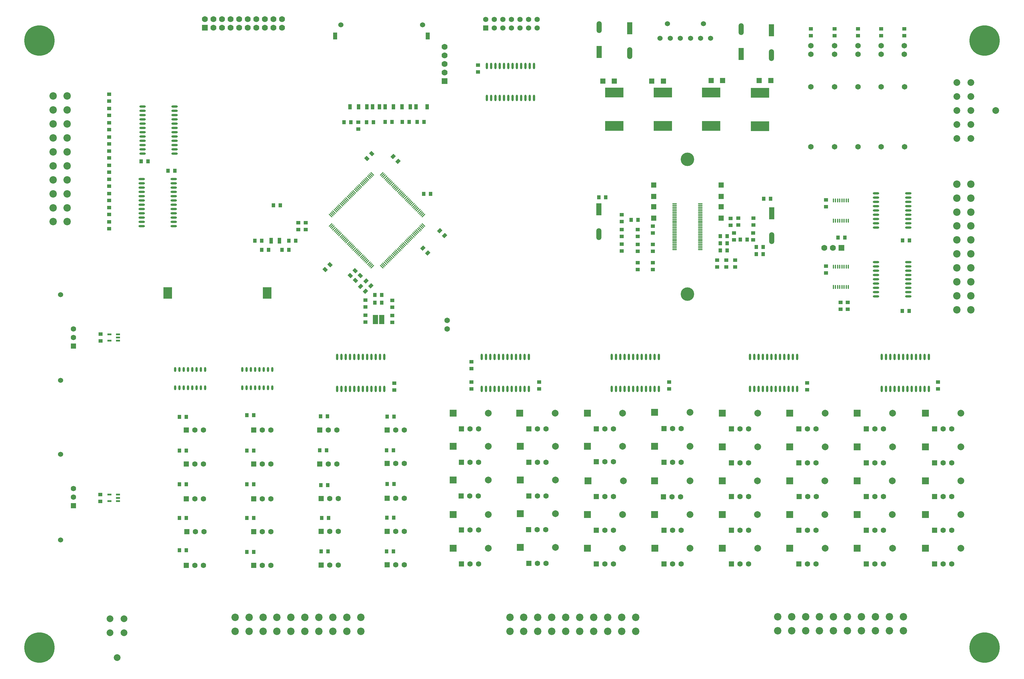
<source format=gbr>
%TF.GenerationSoftware,Altium Limited,Altium Designer,18.0.11 (651)*%
G04 Layer_Color=255*
%FSLAX26Y26*%
%MOIN*%
%TF.FileFunction,Pads,Top*%
%TF.Part,Single*%
G01*
G75*
%TA.AperFunction,SMDPad,CuDef*%
%ADD10O,0.055118X0.011811*%
%ADD11O,0.023622X0.074803*%
%ADD12R,0.050000X0.040000*%
%ADD13R,0.050000X0.020000*%
%ADD14R,0.040000X0.050000*%
G04:AMPARAMS|DCode=15|XSize=40mil|YSize=50mil|CornerRadius=0mil|HoleSize=0mil|Usage=FLASHONLY|Rotation=45.000|XOffset=0mil|YOffset=0mil|HoleType=Round|Shape=Rectangle|*
%AMROTATEDRECTD15*
4,1,4,0.003535,-0.031820,-0.031820,0.003535,-0.003535,0.031820,0.031820,-0.003535,0.003535,-0.031820,0.0*
%
%ADD15ROTATEDRECTD15*%

%ADD16R,0.102362X0.137795*%
%ADD17R,0.060000X0.060000*%
%ADD18R,0.060000X0.060000*%
%ADD19R,0.212598X0.114173*%
%ADD20R,0.059055X0.140000*%
%ADD21O,0.059055X0.140000*%
%ADD22R,0.059055X0.106299*%
%ADD23R,0.039370X0.070866*%
%ADD24O,0.074803X0.023622*%
%ADD25O,0.023622X0.057087*%
%ADD26R,0.039370X0.059055*%
%ADD27R,0.047244X0.078740*%
G04:AMPARAMS|DCode=28|XSize=40mil|YSize=50mil|CornerRadius=0mil|HoleSize=0mil|Usage=FLASHONLY|Rotation=315.000|XOffset=0mil|YOffset=0mil|HoleType=Round|Shape=Rectangle|*
%AMROTATEDRECTD28*
4,1,4,-0.031820,-0.003535,0.003535,0.031820,0.031820,0.003535,-0.003535,-0.031820,-0.031820,-0.003535,0.0*
%
%ADD28ROTATEDRECTD28*%

%ADD29O,0.012000X0.050000*%
%ADD30R,0.012000X0.050000*%
G04:AMPARAMS|DCode=31|XSize=11.811mil|YSize=57.087mil|CornerRadius=0mil|HoleSize=0mil|Usage=FLASHONLY|Rotation=45.000|XOffset=0mil|YOffset=0mil|HoleType=Round|Shape=Round|*
%AMOVALD31*
21,1,0.045276,0.011811,0.000000,0.000000,135.0*
1,1,0.011811,0.016007,-0.016007*
1,1,0.011811,-0.016007,0.016007*
%
%ADD31OVALD31*%

G04:AMPARAMS|DCode=32|XSize=11.811mil|YSize=57.087mil|CornerRadius=0mil|HoleSize=0mil|Usage=FLASHONLY|Rotation=135.000|XOffset=0mil|YOffset=0mil|HoleType=Round|Shape=Round|*
%AMOVALD32*
21,1,0.045276,0.011811,0.000000,0.000000,225.0*
1,1,0.011811,0.016007,0.016007*
1,1,0.011811,-0.016007,-0.016007*
%
%ADD32OVALD32*%

%TA.AperFunction,ComponentPad*%
%ADD50C,0.062000*%
%ADD51R,0.062000X0.062000*%
%ADD52R,0.078740X0.078740*%
%ADD53C,0.078740*%
%ADD54R,0.062992X0.062992*%
%ADD55C,0.062992*%
%ADD56C,0.060000*%
%TA.AperFunction,ViaPad*%
%ADD57C,0.060000*%
%TA.AperFunction,ComponentPad*%
%ADD58C,0.070000*%
%ADD59R,0.070000X0.070000*%
%ADD60R,0.062992X0.062992*%
%ADD61C,0.064961*%
%ADD62C,0.065000*%
%TA.AperFunction,ViaPad*%
%ADD63C,0.157480*%
%ADD64C,0.354331*%
%TA.AperFunction,ComponentPad*%
%ADD65R,0.070000X0.070000*%
%ADD66C,0.086614*%
D10*
X8102362Y5041339D02*
D03*
Y5061024D02*
D03*
Y5080709D02*
D03*
Y5100394D02*
D03*
Y5120079D02*
D03*
Y5139764D02*
D03*
Y5159449D02*
D03*
Y5179134D02*
D03*
Y5198819D02*
D03*
Y5218504D02*
D03*
Y5238189D02*
D03*
Y5257874D02*
D03*
Y5277559D02*
D03*
Y5297244D02*
D03*
Y5316929D02*
D03*
Y5336614D02*
D03*
Y5356299D02*
D03*
Y5375984D02*
D03*
Y5395669D02*
D03*
Y5415354D02*
D03*
Y5435039D02*
D03*
Y5454724D02*
D03*
Y5474409D02*
D03*
Y5494095D02*
D03*
Y5513779D02*
D03*
Y5533465D02*
D03*
Y5553150D02*
D03*
Y5572835D02*
D03*
X7803150Y5041339D02*
D03*
Y5061024D02*
D03*
Y5080709D02*
D03*
Y5100394D02*
D03*
Y5120079D02*
D03*
Y5139764D02*
D03*
Y5159449D02*
D03*
Y5179134D02*
D03*
Y5198819D02*
D03*
Y5218504D02*
D03*
Y5238189D02*
D03*
Y5257874D02*
D03*
Y5277559D02*
D03*
Y5297244D02*
D03*
Y5316929D02*
D03*
Y5336614D02*
D03*
Y5356299D02*
D03*
Y5375984D02*
D03*
Y5395669D02*
D03*
Y5415354D02*
D03*
Y5435039D02*
D03*
Y5454724D02*
D03*
Y5474409D02*
D03*
Y5494095D02*
D03*
Y5513779D02*
D03*
Y5533465D02*
D03*
Y5553150D02*
D03*
Y5572835D02*
D03*
D11*
X6162795Y7184055D02*
D03*
X6112795D02*
D03*
X6062795D02*
D03*
X6012795D02*
D03*
X5962795D02*
D03*
X5912795D02*
D03*
X5862795D02*
D03*
X5812795D02*
D03*
X5762795D02*
D03*
X5712795D02*
D03*
X5662795D02*
D03*
X5612795D02*
D03*
X6162795Y6810039D02*
D03*
X6112795D02*
D03*
X6062795D02*
D03*
X6012795D02*
D03*
X5962795D02*
D03*
X5912795D02*
D03*
X5862795D02*
D03*
X5812795D02*
D03*
X5762795D02*
D03*
X5712795D02*
D03*
X5662795D02*
D03*
X5612795D02*
D03*
X7069882Y3415354D02*
D03*
X7119882D02*
D03*
X7169882D02*
D03*
X7219882D02*
D03*
X7269882D02*
D03*
X7319882D02*
D03*
X7369882D02*
D03*
X7419882D02*
D03*
X7469882D02*
D03*
X7519882D02*
D03*
X7569882D02*
D03*
X7619882D02*
D03*
X7069882Y3789370D02*
D03*
X7119882D02*
D03*
X7169882D02*
D03*
X7219882D02*
D03*
X7269882D02*
D03*
X7319882D02*
D03*
X7369882D02*
D03*
X7419882D02*
D03*
X7469882D02*
D03*
X7519882D02*
D03*
X7569882D02*
D03*
X7619882D02*
D03*
X5551772Y3415354D02*
D03*
X5601772D02*
D03*
X5651772D02*
D03*
X5701772D02*
D03*
X5751772D02*
D03*
X5801772D02*
D03*
X5851772D02*
D03*
X5901772D02*
D03*
X5951772D02*
D03*
X6001772D02*
D03*
X6051772D02*
D03*
X6101772D02*
D03*
X5551772Y3789370D02*
D03*
X5601772D02*
D03*
X5651772D02*
D03*
X5701772D02*
D03*
X5751772D02*
D03*
X5801772D02*
D03*
X5851772D02*
D03*
X5901772D02*
D03*
X5951772D02*
D03*
X6001772D02*
D03*
X6051772D02*
D03*
X6101772D02*
D03*
X10217126Y3415354D02*
D03*
X10267126D02*
D03*
X10317126D02*
D03*
X10367126D02*
D03*
X10417126D02*
D03*
X10467126D02*
D03*
X10517126D02*
D03*
X10567126D02*
D03*
X10617126D02*
D03*
X10667126D02*
D03*
X10717126D02*
D03*
X10767126D02*
D03*
X10217126Y3789370D02*
D03*
X10267126D02*
D03*
X10317126D02*
D03*
X10367126D02*
D03*
X10417126D02*
D03*
X10467126D02*
D03*
X10517126D02*
D03*
X10567126D02*
D03*
X10617126D02*
D03*
X10667126D02*
D03*
X10717126D02*
D03*
X10767126D02*
D03*
X8681693Y3415354D02*
D03*
X8731693D02*
D03*
X8781693D02*
D03*
X8831693D02*
D03*
X8881693D02*
D03*
X8931693D02*
D03*
X8981693D02*
D03*
X9031693D02*
D03*
X9081693D02*
D03*
X9131693D02*
D03*
X9181693D02*
D03*
X9231693D02*
D03*
X8681693Y3789370D02*
D03*
X8731693D02*
D03*
X8781693D02*
D03*
X8831693D02*
D03*
X8881693D02*
D03*
X8931693D02*
D03*
X8981693D02*
D03*
X9031693D02*
D03*
X9081693D02*
D03*
X9131693D02*
D03*
X9181693D02*
D03*
X9231693D02*
D03*
X3867054Y3415354D02*
D03*
X3917054D02*
D03*
X3967054D02*
D03*
X4017054D02*
D03*
X4067054D02*
D03*
X4117054D02*
D03*
X4167054D02*
D03*
X4217054D02*
D03*
X4267054D02*
D03*
X4317054D02*
D03*
X4367054D02*
D03*
X4417054D02*
D03*
X3867054Y3789370D02*
D03*
X3917054D02*
D03*
X3967054D02*
D03*
X4017054D02*
D03*
X4067054D02*
D03*
X4117054D02*
D03*
X4167054D02*
D03*
X4217054D02*
D03*
X4267054D02*
D03*
X4317054D02*
D03*
X4367054D02*
D03*
X4417054D02*
D03*
D12*
X5508858Y7195000D02*
D03*
Y7115000D02*
D03*
X1103150Y2102048D02*
D03*
Y2182048D02*
D03*
X1106020Y3974803D02*
D03*
Y4054803D02*
D03*
X5433071Y3730472D02*
D03*
Y3650472D02*
D03*
X10483077Y7536535D02*
D03*
Y7616535D02*
D03*
X9740158Y4425701D02*
D03*
Y4345701D02*
D03*
X9821851Y4425583D02*
D03*
Y4345583D02*
D03*
X1204445Y5285303D02*
D03*
Y5365303D02*
D03*
Y5450658D02*
D03*
Y5530658D02*
D03*
Y5615422D02*
D03*
Y5695422D02*
D03*
Y5780423D02*
D03*
Y5860423D02*
D03*
Y5945423D02*
D03*
Y6025423D02*
D03*
Y6111367D02*
D03*
Y6191367D02*
D03*
Y6275423D02*
D03*
Y6355423D02*
D03*
Y6440422D02*
D03*
Y6520422D02*
D03*
Y6606367D02*
D03*
Y6686367D02*
D03*
Y6774361D02*
D03*
Y6854361D02*
D03*
X4507738Y4369455D02*
D03*
Y4449455D02*
D03*
X4193762Y4370279D02*
D03*
Y4450279D02*
D03*
X7372047Y4886968D02*
D03*
Y4806968D02*
D03*
X7549213Y4887953D02*
D03*
Y4807953D02*
D03*
X5433071Y3495354D02*
D03*
Y3415354D02*
D03*
X3497295Y5354165D02*
D03*
Y5274165D02*
D03*
X3413634Y5273024D02*
D03*
Y5353024D02*
D03*
X8299213Y4916221D02*
D03*
Y4836221D02*
D03*
X7372047Y5194882D02*
D03*
Y5274882D02*
D03*
X8722568Y5406860D02*
D03*
Y5326860D02*
D03*
X8495154Y5153140D02*
D03*
Y5233140D02*
D03*
X10212014Y7536535D02*
D03*
Y7616535D02*
D03*
X9943314Y7538110D02*
D03*
Y7618110D02*
D03*
X9667723Y7538110D02*
D03*
Y7618110D02*
D03*
X9391540Y7536535D02*
D03*
Y7616535D02*
D03*
X4112220Y6527862D02*
D03*
Y6447862D02*
D03*
X9569882Y4767441D02*
D03*
Y4847441D02*
D03*
Y5541346D02*
D03*
Y5621346D02*
D03*
X7185039Y5274882D02*
D03*
Y5194882D02*
D03*
X4507739Y4192446D02*
D03*
Y4272446D02*
D03*
X4193762Y4193270D02*
D03*
Y4273270D02*
D03*
X7185039Y5104331D02*
D03*
Y5024331D02*
D03*
X7186024Y5367992D02*
D03*
Y5447992D02*
D03*
X6220472Y3415354D02*
D03*
Y3495354D02*
D03*
X7740158Y3414252D02*
D03*
Y3494252D02*
D03*
X9350394Y3404252D02*
D03*
Y3484252D02*
D03*
X10875984Y3414095D02*
D03*
Y3494095D02*
D03*
X4531424Y3402441D02*
D03*
Y3482441D02*
D03*
X8719488Y5153150D02*
D03*
Y5233150D02*
D03*
X8508760Y4836221D02*
D03*
Y4916221D02*
D03*
X8405512Y4836221D02*
D03*
Y4916221D02*
D03*
X7549213Y5235118D02*
D03*
Y5315118D02*
D03*
X7372047Y5099528D02*
D03*
Y5019528D02*
D03*
X7549213Y5099528D02*
D03*
Y5019528D02*
D03*
X8545357Y5406801D02*
D03*
Y5326801D02*
D03*
X8453822Y5325817D02*
D03*
Y5405817D02*
D03*
D13*
X1209843Y2105021D02*
D03*
X1309843Y2142021D02*
D03*
X1309843Y2180021D02*
D03*
Y2105021D02*
D03*
X1209843Y2180021D02*
D03*
X1209843Y3977173D02*
D03*
X1309843Y4014173D02*
D03*
X1309842Y4052173D02*
D03*
Y3977173D02*
D03*
X1209843Y4052173D02*
D03*
D14*
X3674095Y2291339D02*
D03*
X3754095D02*
D03*
X3679843Y1516929D02*
D03*
X3759843D02*
D03*
X4441902D02*
D03*
X4521902D02*
D03*
X4444213Y1910630D02*
D03*
X4524213D02*
D03*
X4448819Y2304134D02*
D03*
X4528819D02*
D03*
X4441902Y2698032D02*
D03*
X4521902D02*
D03*
X4448819Y3091732D02*
D03*
X4528819D02*
D03*
X3661417Y2698032D02*
D03*
X3741417D02*
D03*
X3673228Y3095669D02*
D03*
X3753228D02*
D03*
X2892835Y1511811D02*
D03*
X2812835D02*
D03*
X2892991Y1906299D02*
D03*
X2812991D02*
D03*
X2891535Y2300000D02*
D03*
X2811535D02*
D03*
X2892991Y2693701D02*
D03*
X2812991D02*
D03*
X2892991Y3107087D02*
D03*
X2812991D02*
D03*
X2105590Y1532283D02*
D03*
X2025590D02*
D03*
X2105590Y1906299D02*
D03*
X2025590D02*
D03*
X2105590Y2300000D02*
D03*
X2025590D02*
D03*
X2105590Y2693701D02*
D03*
X2025590D02*
D03*
X2104330Y3087401D02*
D03*
X2024330D02*
D03*
X3765039Y1909449D02*
D03*
X3685039D02*
D03*
X3121772Y5558071D02*
D03*
X3201772D02*
D03*
X9789528Y5181496D02*
D03*
X9709528D02*
D03*
X3065530Y5037338D02*
D03*
X2985530D02*
D03*
X3221593Y5037337D02*
D03*
X3301593D02*
D03*
X8415512Y5115158D02*
D03*
X8335512D02*
D03*
X8415512Y5032480D02*
D03*
X8335512D02*
D03*
X4209661Y6527862D02*
D03*
X4289661D02*
D03*
X4704740Y6529831D02*
D03*
X4624740D02*
D03*
X4800212D02*
D03*
X4880212D02*
D03*
X4024780Y6527862D02*
D03*
X3944780D02*
D03*
X10540472Y5146654D02*
D03*
X10460472D02*
D03*
X10540354Y4322835D02*
D03*
X10460354D02*
D03*
X1973425Y5962598D02*
D03*
X1893425D02*
D03*
X2986634Y5145606D02*
D03*
X2906634D02*
D03*
X3300491Y5145605D02*
D03*
X3380491D02*
D03*
X4305848Y4419652D02*
D03*
X4385848D02*
D03*
X4385945Y4511811D02*
D03*
X4305945D02*
D03*
X1578622Y6070866D02*
D03*
X1658622D02*
D03*
X8335512Y5197835D02*
D03*
X8415512D02*
D03*
X4876850Y5690945D02*
D03*
X4956850D02*
D03*
X8753819Y4989173D02*
D03*
X8833819D02*
D03*
X7297047Y5386811D02*
D03*
X7377047D02*
D03*
X8753819Y5071850D02*
D03*
X8833819D02*
D03*
X8647756Y5158465D02*
D03*
X8567756D02*
D03*
X8921260Y5635827D02*
D03*
X8841260D02*
D03*
X6919173Y5652559D02*
D03*
X6999173D02*
D03*
X4505039Y6529528D02*
D03*
X4425039D02*
D03*
D15*
X3724228Y4807890D02*
D03*
X3780797Y4864458D02*
D03*
X4135472Y4736239D02*
D03*
X4078903Y4679670D02*
D03*
X4076417Y4795294D02*
D03*
X4019848Y4738725D02*
D03*
X4213298Y6104046D02*
D03*
X4269866Y6160614D02*
D03*
D16*
X3047244Y4533465D02*
D03*
X1889764D02*
D03*
D17*
X8363346Y7014764D02*
D03*
X8228346D02*
D03*
X8924370D02*
D03*
X8789370D02*
D03*
X7535433Y7007874D02*
D03*
X7670433D02*
D03*
X6964409Y7006890D02*
D03*
X7099409D02*
D03*
D18*
X8346457Y5406346D02*
D03*
Y5541346D02*
D03*
Y5660369D02*
D03*
Y5795369D02*
D03*
X7559055Y5406346D02*
D03*
Y5541346D02*
D03*
Y5660370D02*
D03*
Y5795370D02*
D03*
D19*
X8228346Y6483268D02*
D03*
Y6875000D02*
D03*
X8799213Y6872047D02*
D03*
Y6480315D02*
D03*
X7664764Y6483268D02*
D03*
Y6875000D02*
D03*
X7098228Y6875000D02*
D03*
Y6483268D02*
D03*
D20*
X8932087Y7601614D02*
D03*
X8937008Y5463819D02*
D03*
X7279528Y7625236D02*
D03*
X6922244Y7348228D02*
D03*
X8578740Y7324724D02*
D03*
X6919291Y5512047D02*
D03*
D21*
X8932087Y7311614D02*
D03*
X8937008Y5173819D02*
D03*
X7279528Y7335236D02*
D03*
X6922244Y7638228D02*
D03*
X8578740Y7614724D02*
D03*
X6919291Y5222047D02*
D03*
D22*
X4386675Y4224770D02*
D03*
X4311872D02*
D03*
D23*
X3193326Y5145605D02*
D03*
X3094901D02*
D03*
D24*
X10153545Y4895276D02*
D03*
Y4845276D02*
D03*
Y4795276D02*
D03*
Y4745276D02*
D03*
Y4695276D02*
D03*
Y4645276D02*
D03*
Y4595276D02*
D03*
Y4545276D02*
D03*
Y4495276D02*
D03*
X10527560Y4895276D02*
D03*
Y4845276D02*
D03*
Y4795276D02*
D03*
Y4745276D02*
D03*
Y4695276D02*
D03*
Y4645276D02*
D03*
Y4595276D02*
D03*
Y4545276D02*
D03*
Y4495276D02*
D03*
X10153545Y5699016D02*
D03*
Y5649016D02*
D03*
Y5599016D02*
D03*
Y5549016D02*
D03*
Y5499016D02*
D03*
Y5449016D02*
D03*
Y5399016D02*
D03*
Y5349016D02*
D03*
Y5299016D02*
D03*
X10527561Y5699016D02*
D03*
Y5649016D02*
D03*
Y5599016D02*
D03*
Y5549016D02*
D03*
Y5499016D02*
D03*
Y5449016D02*
D03*
Y5399016D02*
D03*
Y5349016D02*
D03*
Y5299016D02*
D03*
X1958661Y5315551D02*
D03*
Y5365551D02*
D03*
Y5415551D02*
D03*
Y5465551D02*
D03*
Y5515551D02*
D03*
Y5565551D02*
D03*
Y5615551D02*
D03*
Y5665551D02*
D03*
Y5715551D02*
D03*
Y5765551D02*
D03*
Y5815551D02*
D03*
Y5865551D02*
D03*
X1584646Y5315551D02*
D03*
Y5365551D02*
D03*
Y5415551D02*
D03*
Y5465551D02*
D03*
Y5515551D02*
D03*
Y5565551D02*
D03*
Y5615551D02*
D03*
Y5665551D02*
D03*
Y5715551D02*
D03*
Y5765551D02*
D03*
Y5815551D02*
D03*
Y5865551D02*
D03*
X1594488Y6710630D02*
D03*
Y6660630D02*
D03*
Y6610630D02*
D03*
Y6560630D02*
D03*
Y6510630D02*
D03*
Y6460630D02*
D03*
Y6410630D02*
D03*
Y6360630D02*
D03*
Y6310630D02*
D03*
Y6260630D02*
D03*
Y6210630D02*
D03*
Y6160630D02*
D03*
X1968504Y6710630D02*
D03*
Y6660630D02*
D03*
Y6610630D02*
D03*
Y6560630D02*
D03*
Y6510630D02*
D03*
Y6460630D02*
D03*
Y6410630D02*
D03*
Y6360630D02*
D03*
Y6310630D02*
D03*
Y6260630D02*
D03*
Y6210630D02*
D03*
Y6160630D02*
D03*
D25*
X2324606Y3642717D02*
D03*
X2274606D02*
D03*
X2224606D02*
D03*
X2174606D02*
D03*
X2124606D02*
D03*
X2074606D02*
D03*
X2024606D02*
D03*
X1974606D02*
D03*
X2324606Y3428150D02*
D03*
X2274606D02*
D03*
X2224606D02*
D03*
X2174606D02*
D03*
X2124606D02*
D03*
X2074606D02*
D03*
X2024606D02*
D03*
X1974606D02*
D03*
X3110040Y3642717D02*
D03*
X3060040D02*
D03*
X3010040D02*
D03*
X2960040D02*
D03*
X2910040D02*
D03*
X2860040D02*
D03*
X2810040D02*
D03*
X2760040D02*
D03*
X3110040Y3428150D02*
D03*
X3060040D02*
D03*
X3010040D02*
D03*
X2960040D02*
D03*
X2910040D02*
D03*
X2860040D02*
D03*
X2810040D02*
D03*
X2760040D02*
D03*
D26*
X4916535Y6708268D02*
D03*
X4784646D02*
D03*
X4717717D02*
D03*
X4622047D02*
D03*
X4523622D02*
D03*
X4425197D02*
D03*
X4360236D02*
D03*
X4279528D02*
D03*
X4212598D02*
D03*
X4114173D02*
D03*
X4015748D02*
D03*
D27*
X3842520Y7535433D02*
D03*
X4921260D02*
D03*
D28*
X4139642Y4612404D02*
D03*
X4196211Y4555836D02*
D03*
X4201132Y4675914D02*
D03*
X4257700Y4619346D02*
D03*
X5061723Y5262096D02*
D03*
X5118292Y5205527D02*
D03*
X4575088Y6072550D02*
D03*
X4518520Y6129118D02*
D03*
X4866142Y5057087D02*
D03*
X4922710Y5000518D02*
D03*
D29*
X9829527Y4841764D02*
D03*
X9804527D02*
D03*
X9779527D02*
D03*
X9754527D02*
D03*
X9729527D02*
D03*
X9704527D02*
D03*
X9679527D02*
D03*
X9654527D02*
D03*
X9829527Y4604764D02*
D03*
X9804527D02*
D03*
X9779527D02*
D03*
X9754527D02*
D03*
X9729527D02*
D03*
X9704527D02*
D03*
X9679527D02*
D03*
X9829528Y5615347D02*
D03*
X9804528D02*
D03*
X9779528D02*
D03*
X9754528D02*
D03*
X9729528D02*
D03*
X9704528D02*
D03*
X9679528D02*
D03*
X9654528D02*
D03*
X9829528Y5378347D02*
D03*
X9804528D02*
D03*
X9779528D02*
D03*
X9754528D02*
D03*
X9729528D02*
D03*
X9704528D02*
D03*
X9679528D02*
D03*
D30*
X9654527Y4604764D02*
D03*
X9654528Y5378347D02*
D03*
D31*
X3788547Y5437659D02*
D03*
X3802466Y5451578D02*
D03*
X3816386Y5465498D02*
D03*
X3830306Y5479417D02*
D03*
X3844225Y5493337D02*
D03*
X3858144Y5507256D02*
D03*
X3872064Y5521175D02*
D03*
X3885983Y5535095D02*
D03*
X3899903Y5549014D02*
D03*
X3913822Y5562934D02*
D03*
X3927741Y5576853D02*
D03*
X3941661Y5590773D02*
D03*
X3955580Y5604692D02*
D03*
X3969500Y5618611D02*
D03*
X3983419Y5632531D02*
D03*
X3997338Y5646450D02*
D03*
X4011258Y5660369D02*
D03*
X4025177Y5674289D02*
D03*
X4039097Y5688208D02*
D03*
X4053016Y5702128D02*
D03*
X4066936Y5716047D02*
D03*
X4080855Y5729967D02*
D03*
X4094774Y5743886D02*
D03*
X4108694Y5757806D02*
D03*
X4122613Y5771725D02*
D03*
X4136533Y5785645D02*
D03*
X4150452Y5799564D02*
D03*
X4164372Y5813483D02*
D03*
X4178291Y5827403D02*
D03*
X4192210Y5841322D02*
D03*
X4206130Y5855242D02*
D03*
X4220049Y5869161D02*
D03*
X4233969Y5883081D02*
D03*
X4247888Y5897000D02*
D03*
X4261808Y5910919D02*
D03*
X4275727Y5924839D02*
D03*
X4872870Y5327695D02*
D03*
X4858951Y5313776D02*
D03*
X4845031Y5299856D02*
D03*
X4831112Y5285937D02*
D03*
X4817192Y5272018D02*
D03*
X4803273Y5258098D02*
D03*
X4789353Y5244179D02*
D03*
X4775434Y5230259D02*
D03*
X4761515Y5216340D02*
D03*
X4747596Y5202421D02*
D03*
X4733676Y5188501D02*
D03*
X4719757Y5174582D02*
D03*
X4705837Y5160662D02*
D03*
X4691918Y5146743D02*
D03*
X4677998Y5132823D02*
D03*
X4664079Y5118904D02*
D03*
X4650159Y5104984D02*
D03*
X4636240Y5091065D02*
D03*
X4622321Y5077146D02*
D03*
X4608401Y5063226D02*
D03*
X4594482Y5049307D02*
D03*
X4580562Y5035388D02*
D03*
X4566643Y5021468D02*
D03*
X4552724Y5007548D02*
D03*
X4538804Y4993629D02*
D03*
X4524885Y4979710D02*
D03*
X4510965Y4965790D02*
D03*
X4497046Y4951871D02*
D03*
X4483126Y4937952D02*
D03*
X4469207Y4924032D02*
D03*
X4455288Y4910113D02*
D03*
X4441368Y4896193D02*
D03*
X4427449Y4882274D02*
D03*
X4413529Y4868354D02*
D03*
X4399610Y4854435D02*
D03*
X4385690Y4840515D02*
D03*
D32*
X4385690Y5924839D02*
D03*
X4399610Y5910919D02*
D03*
X4413529Y5897000D02*
D03*
X4427449Y5883080D02*
D03*
X4441368Y5869161D02*
D03*
X4455288Y5855242D02*
D03*
X4469207Y5841322D02*
D03*
X4483126Y5827403D02*
D03*
X4497046Y5813483D02*
D03*
X4510965Y5799564D02*
D03*
X4524885Y5785645D02*
D03*
X4538804Y5771725D02*
D03*
X4552723Y5757806D02*
D03*
X4566643Y5743886D02*
D03*
X4580562Y5729967D02*
D03*
X4594482Y5716047D02*
D03*
X4608401Y5702128D02*
D03*
X4622321Y5688208D02*
D03*
X4636240Y5674289D02*
D03*
X4650159Y5660369D02*
D03*
X4664079Y5646450D02*
D03*
X4677998Y5632531D02*
D03*
X4691918Y5618611D02*
D03*
X4705837Y5604692D02*
D03*
X4719757Y5590773D02*
D03*
X4733676Y5576853D02*
D03*
X4747596Y5562934D02*
D03*
X4761515Y5549014D02*
D03*
X4775434Y5535095D02*
D03*
X4789354Y5521175D02*
D03*
X4803273Y5507256D02*
D03*
X4817193Y5493337D02*
D03*
X4831112Y5479417D02*
D03*
X4845031Y5465498D02*
D03*
X4858951Y5451578D02*
D03*
X4872870Y5437659D02*
D03*
X4275727Y4840516D02*
D03*
X4261807Y4854435D02*
D03*
X4247888Y4868354D02*
D03*
X4233969Y4882274D02*
D03*
X4220049Y4896193D02*
D03*
X4206130Y4910113D02*
D03*
X4192211Y4924032D02*
D03*
X4178291Y4937952D02*
D03*
X4164372Y4951871D02*
D03*
X4150452Y4965790D02*
D03*
X4136533Y4979710D02*
D03*
X4122613Y4993629D02*
D03*
X4108694Y5007549D02*
D03*
X4094774Y5021468D02*
D03*
X4080855Y5035388D02*
D03*
X4066936Y5049307D02*
D03*
X4053016Y5063226D02*
D03*
X4039097Y5077146D02*
D03*
X4025177Y5091065D02*
D03*
X4011258Y5104984D02*
D03*
X3997338Y5118904D02*
D03*
X3983419Y5132824D02*
D03*
X3969500Y5146743D02*
D03*
X3955580Y5160662D02*
D03*
X3941661Y5174582D02*
D03*
X3927741Y5188501D02*
D03*
X3913822Y5202421D02*
D03*
X3899903Y5216340D02*
D03*
X3885983Y5230259D02*
D03*
X3872064Y5244179D02*
D03*
X3858144Y5258098D02*
D03*
X3844225Y5272018D02*
D03*
X3830305Y5285937D02*
D03*
X3816386Y5299856D02*
D03*
X3802466Y5313776D02*
D03*
X3788547Y5327695D02*
D03*
D50*
X5697244Y7628346D02*
D03*
X5797244D02*
D03*
X5697244Y7728346D02*
D03*
X6197244Y7628346D02*
D03*
Y7728346D02*
D03*
X6097244Y7628346D02*
D03*
Y7728346D02*
D03*
X5997244Y7628346D02*
D03*
Y7728346D02*
D03*
X5897244Y7628346D02*
D03*
Y7728346D02*
D03*
X5797244D02*
D03*
X5597244D02*
D03*
D51*
Y7628346D02*
D03*
D52*
X10729134Y1555118D02*
D03*
Y1948819D02*
D03*
Y2342520D02*
D03*
Y2736220D02*
D03*
Y3129921D02*
D03*
X9933465Y1555118D02*
D03*
X9931890Y1948819D02*
D03*
Y2342520D02*
D03*
X9933465Y2736220D02*
D03*
Y3129921D02*
D03*
X9146063Y1555118D02*
D03*
X9144488Y1948819D02*
D03*
Y2342520D02*
D03*
X9146063Y2736220D02*
D03*
Y3129921D02*
D03*
X8358661Y1555118D02*
D03*
X8357087Y1948819D02*
D03*
Y2342520D02*
D03*
X8358661Y2736220D02*
D03*
Y3129921D02*
D03*
X7571260Y1555118D02*
D03*
X7569685Y1948819D02*
D03*
Y2342520D02*
D03*
Y2746063D02*
D03*
Y3139764D02*
D03*
X6783858Y1555118D02*
D03*
Y1948819D02*
D03*
X6792126Y2342520D02*
D03*
X6783858Y2746063D02*
D03*
Y3129921D02*
D03*
X6000787Y1564961D02*
D03*
Y1958661D02*
D03*
Y2352362D02*
D03*
Y2746063D02*
D03*
X5996457Y3129921D02*
D03*
X5217323Y1555118D02*
D03*
Y1948819D02*
D03*
Y2352362D02*
D03*
Y2746063D02*
D03*
Y3129921D02*
D03*
D53*
X11140945Y1555118D02*
D03*
Y1948819D02*
D03*
Y2342520D02*
D03*
Y2736220D02*
D03*
Y3129921D02*
D03*
X10345276Y1555118D02*
D03*
X10343701Y1948819D02*
D03*
Y2342520D02*
D03*
X10345276Y2736220D02*
D03*
Y3129921D02*
D03*
X9557874Y1555118D02*
D03*
X9556299Y1948819D02*
D03*
Y2342520D02*
D03*
X9557874Y2736220D02*
D03*
Y3129921D02*
D03*
X8770472Y1555118D02*
D03*
X8768898Y1948819D02*
D03*
Y2342520D02*
D03*
X8770472Y2736220D02*
D03*
Y3129921D02*
D03*
X7983071Y1555118D02*
D03*
X7981496Y1948819D02*
D03*
Y2342520D02*
D03*
Y2746063D02*
D03*
Y3139764D02*
D03*
X7195669Y1555118D02*
D03*
Y1948819D02*
D03*
X7203937Y2342520D02*
D03*
X7195669Y2746063D02*
D03*
Y3129921D02*
D03*
X6412598Y1564961D02*
D03*
Y1958661D02*
D03*
Y2352362D02*
D03*
Y2746063D02*
D03*
X6408268Y3129921D02*
D03*
X5629134Y1555118D02*
D03*
Y1948819D02*
D03*
Y2352362D02*
D03*
Y2746063D02*
D03*
Y3129921D02*
D03*
X11548819Y6664567D02*
D03*
X11259843Y6990551D02*
D03*
Y6827559D02*
D03*
Y6664567D02*
D03*
Y6501575D02*
D03*
Y6338583D02*
D03*
X11096850D02*
D03*
Y6990551D02*
D03*
Y6827559D02*
D03*
Y6664567D02*
D03*
Y6501575D02*
D03*
X1214961Y730693D02*
D03*
X1377953D02*
D03*
Y567701D02*
D03*
X1214961D02*
D03*
X1298425Y278724D02*
D03*
D54*
X10039370Y1371653D02*
D03*
Y1765354D02*
D03*
Y2159055D02*
D03*
Y2552756D02*
D03*
Y2946456D02*
D03*
X8464567Y1371653D02*
D03*
Y1765354D02*
D03*
Y2159055D02*
D03*
Y2552756D02*
D03*
X6889764Y1371653D02*
D03*
Y1765354D02*
D03*
X6888189Y2159055D02*
D03*
X6889764Y2564961D02*
D03*
X6888189Y2946456D02*
D03*
X5314961Y1371653D02*
D03*
Y1768504D02*
D03*
X5313386Y2165354D02*
D03*
X5314961Y2559055D02*
D03*
Y2946456D02*
D03*
X4449213Y1362599D02*
D03*
Y1751575D02*
D03*
Y2137008D02*
D03*
Y2545351D02*
D03*
X3677871Y1356299D02*
D03*
Y1750000D02*
D03*
Y2133859D02*
D03*
X3660631Y2537402D02*
D03*
X3661812Y2934252D02*
D03*
X4449213D02*
D03*
X7677165Y2952756D02*
D03*
Y2559055D02*
D03*
X7672366Y2155512D02*
D03*
X7677165Y1765354D02*
D03*
Y1371653D02*
D03*
X6100787Y2946456D02*
D03*
X6102362Y2559055D02*
D03*
Y2165354D02*
D03*
X6097562Y1771654D02*
D03*
X6102362Y1377953D02*
D03*
X10835039Y2946456D02*
D03*
Y2552756D02*
D03*
Y2159055D02*
D03*
Y1765354D02*
D03*
Y1371653D02*
D03*
X9251969Y2946456D02*
D03*
Y2552756D02*
D03*
X9255118Y2159055D02*
D03*
X9251969Y1765354D02*
D03*
Y1371653D02*
D03*
X8464567Y2946456D02*
D03*
X2892126Y2933071D02*
D03*
Y2536220D02*
D03*
Y2132677D02*
D03*
Y1748819D02*
D03*
Y1355118D02*
D03*
X2104724Y2933071D02*
D03*
Y2536220D02*
D03*
Y2132677D02*
D03*
X2113469Y1748819D02*
D03*
X2104724Y1355118D02*
D03*
D55*
X10139370Y1371653D02*
D03*
X10239370D02*
D03*
X10139370Y1765354D02*
D03*
X10239370D02*
D03*
X10139370Y2159055D02*
D03*
X10239370D02*
D03*
X10139370Y2552756D02*
D03*
X10239370D02*
D03*
X10139370Y2946456D02*
D03*
X10239370D02*
D03*
X8564567Y1371653D02*
D03*
X8664567D02*
D03*
X8564567Y1765354D02*
D03*
X8664567D02*
D03*
X8564567Y2159055D02*
D03*
X8664567D02*
D03*
X8564567Y2552756D02*
D03*
X8664567D02*
D03*
X6989764Y1371653D02*
D03*
X7089764D02*
D03*
X6989764Y1765354D02*
D03*
X7089764D02*
D03*
X6988189Y2159055D02*
D03*
X7088189D02*
D03*
X6989764Y2564961D02*
D03*
X7089764D02*
D03*
X6988189Y2946456D02*
D03*
X7088189D02*
D03*
X5414961Y1371653D02*
D03*
X5514961D02*
D03*
X5414961Y1768504D02*
D03*
X5514961D02*
D03*
X5413386Y2165354D02*
D03*
X5513386D02*
D03*
X5414961Y2559055D02*
D03*
X5514961D02*
D03*
X5414961Y2946456D02*
D03*
X5514961D02*
D03*
X4549213Y1362599D02*
D03*
X4649213D02*
D03*
X4549213Y1751575D02*
D03*
X4649213D02*
D03*
X4549213Y2137008D02*
D03*
X4649213D02*
D03*
X4549213Y2545351D02*
D03*
X4649213D02*
D03*
X3777871Y1356299D02*
D03*
X3877871D02*
D03*
X3777871Y1750000D02*
D03*
X3877871D02*
D03*
X3777871Y2133859D02*
D03*
X3877871D02*
D03*
X3760631Y2537402D02*
D03*
X3860631D02*
D03*
X3761812Y2934252D02*
D03*
X3861812D02*
D03*
X787402Y4114173D02*
D03*
Y4014173D02*
D03*
X4549213Y2934252D02*
D03*
X4649213D02*
D03*
X7877165Y2952756D02*
D03*
X7777165D02*
D03*
X7877165Y2559055D02*
D03*
X7777165D02*
D03*
X7872366Y2155512D02*
D03*
X7772366D02*
D03*
X7877165Y1765354D02*
D03*
X7777165D02*
D03*
X7877165Y1371653D02*
D03*
X7777165D02*
D03*
X6300787Y2946456D02*
D03*
X6200787D02*
D03*
X6302362Y2559055D02*
D03*
X6202362D02*
D03*
X6302362Y2165354D02*
D03*
X6202362D02*
D03*
X6297562Y1771654D02*
D03*
X6197562D02*
D03*
X6302362Y1377953D02*
D03*
X6202362D02*
D03*
X11035039Y2946456D02*
D03*
X10935039D02*
D03*
X11035039Y2552756D02*
D03*
X10935039D02*
D03*
X11035039Y2159055D02*
D03*
X10935039D02*
D03*
X11035039Y1765354D02*
D03*
X10935039D02*
D03*
X11035039Y1371653D02*
D03*
X10935039D02*
D03*
X9451969Y2946456D02*
D03*
X9351969D02*
D03*
X9451969Y2552756D02*
D03*
X9351969D02*
D03*
X9455118Y2159055D02*
D03*
X9355118D02*
D03*
X9451969Y1765354D02*
D03*
X9351969D02*
D03*
X9451969Y1371653D02*
D03*
X9351969D02*
D03*
X8664567Y2946456D02*
D03*
X8564567D02*
D03*
X787402Y2252363D02*
D03*
Y2152363D02*
D03*
X3092126Y2933071D02*
D03*
X2992126D02*
D03*
X3092126Y2536220D02*
D03*
X2992126D02*
D03*
X3092126Y2132677D02*
D03*
X2992126D02*
D03*
X3092126Y1748819D02*
D03*
X2992126D02*
D03*
X3092126Y1355118D02*
D03*
X2992126D02*
D03*
X2304724Y2933071D02*
D03*
X2204724D02*
D03*
X2304724Y2536220D02*
D03*
X2204724D02*
D03*
X2304724Y2132677D02*
D03*
X2204724D02*
D03*
X2313469Y1748819D02*
D03*
X2213469D02*
D03*
X2304724Y1355118D02*
D03*
X2204724D02*
D03*
D56*
X7717520Y7677953D02*
D03*
X8138779D02*
D03*
X8223425Y7507874D02*
D03*
X8105315D02*
D03*
X7987205D02*
D03*
X7632874D02*
D03*
X7750984D02*
D03*
X7869095D02*
D03*
X3909449Y7665354D02*
D03*
X4862205D02*
D03*
D57*
X637795Y3514173D02*
D03*
Y4514173D02*
D03*
Y1652362D02*
D03*
Y2652362D02*
D03*
D58*
X9548031Y5061023D02*
D03*
X9648031Y5061023D02*
D03*
X5118110Y7409449D02*
D03*
X5118110Y7309449D02*
D03*
X5118110Y7109449D02*
D03*
X5118110Y7209449D02*
D03*
X2820670Y7629921D02*
D03*
X3220670Y7729921D02*
D03*
Y7629921D02*
D03*
X3120670Y7729921D02*
D03*
Y7629921D02*
D03*
X3020670Y7729921D02*
D03*
Y7629921D02*
D03*
X2920670Y7729921D02*
D03*
Y7629921D02*
D03*
X2820670Y7729921D02*
D03*
X2520669Y7729921D02*
D03*
X2420669Y7729921D02*
D03*
X2420669Y7629922D02*
D03*
X2520669Y7629921D02*
D03*
X2620670Y7629922D02*
D03*
X2720669Y7729922D02*
D03*
X2720670Y7629922D02*
D03*
X2320670Y7729922D02*
D03*
X2620670Y7729922D02*
D03*
D59*
X9748031Y5061024D02*
D03*
D60*
X787402Y3914173D02*
D03*
Y2052363D02*
D03*
D61*
X10485748Y6942205D02*
D03*
Y6242205D02*
D03*
X10212008Y6942205D02*
D03*
Y6242205D02*
D03*
X9943314Y6941682D02*
D03*
Y6241682D02*
D03*
X9667723Y6941682D02*
D03*
Y6241682D02*
D03*
X9392132Y6941682D02*
D03*
Y6241682D02*
D03*
D62*
X5147638Y4114173D02*
D03*
Y4214173D02*
D03*
X10483077Y7421260D02*
D03*
Y7321260D02*
D03*
X10212014Y7421260D02*
D03*
Y7321260D02*
D03*
X9943314Y7421260D02*
D03*
Y7321260D02*
D03*
X9667723Y7421260D02*
D03*
Y7321260D02*
D03*
X9392132Y7421260D02*
D03*
Y7321260D02*
D03*
D63*
X7952756Y6094488D02*
D03*
Y4519685D02*
D03*
D64*
X11417323Y393701D02*
D03*
Y7480315D02*
D03*
X393701D02*
D03*
Y393701D02*
D03*
D65*
X5118111Y7009449D02*
D03*
X2320670Y7629921D02*
D03*
D66*
X551181Y5366142D02*
D03*
Y5529134D02*
D03*
Y6181102D02*
D03*
Y6018110D02*
D03*
Y5692126D02*
D03*
Y5855118D02*
D03*
Y6507087D02*
D03*
Y6344095D02*
D03*
Y6670079D02*
D03*
Y6833071D02*
D03*
X714173D02*
D03*
Y6670079D02*
D03*
Y6344095D02*
D03*
Y6507087D02*
D03*
Y5855118D02*
D03*
Y5692126D02*
D03*
Y6018110D02*
D03*
Y6181102D02*
D03*
Y5529134D02*
D03*
Y5366142D02*
D03*
X11259843Y5805118D02*
D03*
Y5642126D02*
D03*
Y4990158D02*
D03*
Y5153150D02*
D03*
Y5479134D02*
D03*
Y5316142D02*
D03*
Y4664173D02*
D03*
Y4827166D02*
D03*
Y4501181D02*
D03*
Y4338189D02*
D03*
X11096850D02*
D03*
Y4501181D02*
D03*
Y4827166D02*
D03*
Y4664173D02*
D03*
Y5316142D02*
D03*
Y5479134D02*
D03*
Y5153150D02*
D03*
Y4990158D02*
D03*
Y5642126D02*
D03*
Y5805118D02*
D03*
X7347638Y585039D02*
D03*
X7184646D02*
D03*
X6532677D02*
D03*
X6695669D02*
D03*
X7021654D02*
D03*
X6858661D02*
D03*
X6206693D02*
D03*
X6369685D02*
D03*
X6043701D02*
D03*
X5880709D02*
D03*
Y748032D02*
D03*
X6043701D02*
D03*
X6369685D02*
D03*
X6206693D02*
D03*
X6858661D02*
D03*
X7021654D02*
D03*
X6695669D02*
D03*
X6532677D02*
D03*
X7184646D02*
D03*
X7347638D02*
D03*
X10471654Y590551D02*
D03*
X10308661D02*
D03*
X9656693D02*
D03*
X9819685D02*
D03*
X10145669D02*
D03*
X9982677D02*
D03*
X9330709D02*
D03*
X9493701D02*
D03*
X9167717D02*
D03*
X9004724D02*
D03*
Y753543D02*
D03*
X9167717D02*
D03*
X9493701D02*
D03*
X9330709D02*
D03*
X9982677D02*
D03*
X10145669D02*
D03*
X9819685D02*
D03*
X9656693D02*
D03*
X10308661D02*
D03*
X10471654D02*
D03*
X4141340Y585039D02*
D03*
X3978348D02*
D03*
X3326379D02*
D03*
X3489371D02*
D03*
X3815356D02*
D03*
X3652363D02*
D03*
X3000395D02*
D03*
X3163387D02*
D03*
X2837403D02*
D03*
X2674411D02*
D03*
Y748032D02*
D03*
X2837403D02*
D03*
X3163387D02*
D03*
X3000395D02*
D03*
X3652363D02*
D03*
X3815356D02*
D03*
X3489371D02*
D03*
X3326379D02*
D03*
X3978348D02*
D03*
X4141340D02*
D03*
%TF.MD5,10962bc0ef9afb63fa74c456d8a68b8e*%
M02*

</source>
